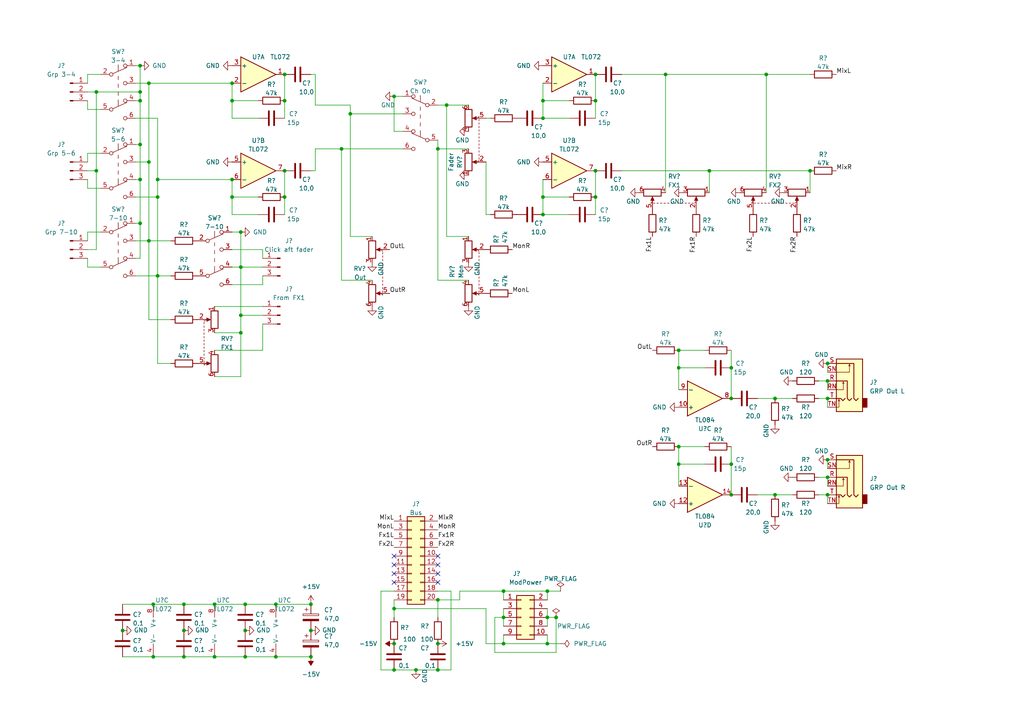
<source format=kicad_sch>
(kicad_sch (version 20211123) (generator eeschema)
  (paper "A4")
  (lib_symbols
    (symbol "Amplifier_Operational:TL072" (pin_names (offset 0.127))
      (property "Reference" "U" (at 0 5.08 0))
      (property "Value" "TL072" (at 0 -5.08 0))
      (symbol "TL072_1_1"
        (pin output line (at 7.62 0 180) (length 2.54) (name "~") (number "1"))
        (pin input line (at -7.62 -2.54 0) (length 2.54) (name "-") (number "2"))
        (pin input line (at -7.62 2.54 0) (length 2.54) (name "+") (number "3"))
      )
      (symbol "TL072_2_1"
        (pin input line (at -7.62 2.54 0) (length 2.54) (name "+") (number "5"))
        (pin input line (at -7.62 -2.54 0) (length 2.54) (name "-") (number "6"))
        (pin output line (at 7.62 0 180) (length 2.54) (name "~") (number "7"))
      )
      (symbol "TL072_3_1"
        (pin power_in line (at -2.54 -7.62 90) (length 3.81) (name "V-") (number "4"))
        (pin power_in line (at -2.54 7.62 270) (length 3.81) (name "V+") (number "8"))
      )
    )
    (symbol "Amplifier_Operational:TL084" (pin_names (offset 0.127))
      (property "Reference" "U" (at 0 5.08 0))
      (property "Value" "TL084" (at 0 -5.08 0))
      (symbol "TL084_1_1"
        (pin output line (at 7.62 0 180) (length 2.54) (name "~") (number "1"))
        (pin input line (at -7.62 -2.54 0) (length 2.54) (name "-") (number "2"))
        (pin input line (at -7.62 2.54 0) (length 2.54) (name "+") (number "3"))
      )
      (symbol "TL084_2_1"
        (pin input line (at -7.62 2.54 0) (length 2.54) (name "+") (number "5"))
        (pin input line (at -7.62 -2.54 0) (length 2.54) (name "-") (number "6"))
        (pin output line (at 7.62 0 180) (length 2.54) (name "~") (number "7"))
      )
      (symbol "TL084_3_1"
        (pin input line (at -7.62 2.54 0) (length 2.54) (name "+") (number "10"))
        (pin output line (at 7.62 0 180) (length 2.54) (name "~") (number "8"))
        (pin input line (at -7.62 -2.54 0) (length 2.54) (name "-") (number "9"))
      )
      (symbol "TL084_4_1"
        (pin input line (at -7.62 2.54 0) (length 2.54) (name "+") (number "12"))
        (pin input line (at -7.62 -2.54 0) (length 2.54) (name "-") (number "13"))
        (pin output line (at 7.62 0 180) (length 2.54) (name "~") (number "14"))
      )
      (symbol "TL084_5_1"
        (pin power_in line (at -2.54 -7.62 90) (length 3.81) (name "V-") (number "11"))
        (pin power_in line (at -2.54 7.62 270) (length 3.81) (name "V+") (number "4"))
      )
    )
    (symbol "Connector:AudioJack3_Switch"
      (property "Reference" "J" (at 0 11.43 0))
      (property "Value" "AudioJack3_Switch" (at 0 8.89 0))
      (symbol "AudioJack3_Switch_1_1"
        (pin passive line (at 5.08 0 180) (length 2.54) (name "~") (number "R"))
        (pin passive line (at 5.08 -2.54 180) (length 2.54) (name "~") (number "RN"))
        (pin passive line (at 5.08 5.08 180) (length 2.54) (name "~") (number "S"))
        (pin passive line (at 5.08 2.54 180) (length 2.54) (name "~") (number "SN"))
        (pin passive line (at 5.08 -5.08 180) (length 2.54) (name "~") (number "T"))
        (pin passive line (at 5.08 -7.62 180) (length 2.54) (name "~") (number "TN"))
      )
    )
    (symbol "Connector:Conn_01x03_Male" (pin_names (offset 1.016) hide)
      (property "Reference" "J" (at 0 5.08 0))
      (property "Value" "Conn_01x03_Male" (at 0 -5.08 0))
      (symbol "Conn_01x03_Male_1_1"
        (pin passive line (at 5.08 2.54 180) (length 3.81) (name "Pin_1") (number "1"))
        (pin passive line (at 5.08 0 180) (length 3.81) (name "Pin_2") (number "2"))
        (pin passive line (at 5.08 -2.54 180) (length 3.81) (name "Pin_3") (number "3"))
      )
    )
    (symbol "Connector_Generic:Conn_02x05_Odd_Even" (pin_names (offset 1.016) hide)
      (property "Reference" "J" (at 1.27 7.62 0))
      (property "Value" "Conn_02x05_Odd_Even" (at 1.27 -7.62 0))
      (symbol "Conn_02x05_Odd_Even_1_1"
        (pin passive line (at -5.08 5.08 0) (length 3.81) (name "Pin_1") (number "1"))
        (pin passive line (at 7.62 -5.08 180) (length 3.81) (name "Pin_10") (number "10"))
        (pin passive line (at 7.62 5.08 180) (length 3.81) (name "Pin_2") (number "2"))
        (pin passive line (at -5.08 2.54 0) (length 3.81) (name "Pin_3") (number "3"))
        (pin passive line (at 7.62 2.54 180) (length 3.81) (name "Pin_4") (number "4"))
        (pin passive line (at -5.08 0 0) (length 3.81) (name "Pin_5") (number "5"))
        (pin passive line (at 7.62 0 180) (length 3.81) (name "Pin_6") (number "6"))
        (pin passive line (at -5.08 -2.54 0) (length 3.81) (name "Pin_7") (number "7"))
        (pin passive line (at 7.62 -2.54 180) (length 3.81) (name "Pin_8") (number "8"))
        (pin passive line (at -5.08 -5.08 0) (length 3.81) (name "Pin_9") (number "9"))
      )
    )
    (symbol "Connector_Generic:Conn_02x10_Odd_Even" (pin_names (offset 1.016) hide)
      (property "Reference" "J" (at 1.27 12.7 0))
      (property "Value" "Conn_02x10_Odd_Even" (at 1.27 -15.24 0))
      (symbol "Conn_02x10_Odd_Even_1_1"
        (pin passive line (at -5.08 10.16 0) (length 3.81) (name "Pin_1") (number "1"))
        (pin passive line (at 7.62 0 180) (length 3.81) (name "Pin_10") (number "10"))
        (pin passive line (at -5.08 -2.54 0) (length 3.81) (name "Pin_11") (number "11"))
        (pin passive line (at 7.62 -2.54 180) (length 3.81) (name "Pin_12") (number "12"))
        (pin passive line (at -5.08 -5.08 0) (length 3.81) (name "Pin_13") (number "13"))
        (pin passive line (at 7.62 -5.08 180) (length 3.81) (name "Pin_14") (number "14"))
        (pin passive line (at -5.08 -7.62 0) (length 3.81) (name "Pin_15") (number "15"))
        (pin passive line (at 7.62 -7.62 180) (length 3.81) (name "Pin_16") (number "16"))
        (pin passive line (at -5.08 -10.16 0) (length 3.81) (name "Pin_17") (number "17"))
        (pin passive line (at 7.62 -10.16 180) (length 3.81) (name "Pin_18") (number "18"))
        (pin passive line (at -5.08 -12.7 0) (length 3.81) (name "Pin_19") (number "19"))
        (pin passive line (at 7.62 10.16 180) (length 3.81) (name "Pin_2") (number "2"))
        (pin passive line (at 7.62 -12.7 180) (length 3.81) (name "Pin_20") (number "20"))
        (pin passive line (at -5.08 7.62 0) (length 3.81) (name "Pin_3") (number "3"))
        (pin passive line (at 7.62 7.62 180) (length 3.81) (name "Pin_4") (number "4"))
        (pin passive line (at -5.08 5.08 0) (length 3.81) (name "Pin_5") (number "5"))
        (pin passive line (at 7.62 5.08 180) (length 3.81) (name "Pin_6") (number "6"))
        (pin passive line (at -5.08 2.54 0) (length 3.81) (name "Pin_7") (number "7"))
        (pin passive line (at 7.62 2.54 180) (length 3.81) (name "Pin_8") (number "8"))
        (pin passive line (at -5.08 0 0) (length 3.81) (name "Pin_9") (number "9"))
      )
    )
    (symbol "Device:C" (pin_numbers hide) (pin_names (offset 0.254))
      (property "Reference" "C" (at 0.635 2.54 0))
      (property "Value" "C" (at 0.635 -2.54 0))
      (symbol "C_1_1"
        (pin passive line (at 0 3.81 270) (length 2.794) (name "~") (number "1"))
        (pin passive line (at 0 -3.81 90) (length 2.794) (name "~") (number "2"))
      )
    )
    (symbol "Device:C_Polarized" (pin_numbers hide) (pin_names (offset 0.254))
      (property "Reference" "C" (at 0.635 2.54 0))
      (property "Value" "C_Polarized" (at 0.635 -2.54 0))
      (symbol "C_Polarized_1_1"
        (pin passive line (at 0 3.81 270) (length 2.794) (name "~") (number "1"))
        (pin passive line (at 0 -3.81 90) (length 2.794) (name "~") (number "2"))
      )
    )
    (symbol "Device:R" (pin_numbers hide) (pin_names (offset 0))
      (property "Reference" "R" (at 2.032 0 90))
      (property "Value" "R" (at 0 0 90))
      (symbol "R_1_1"
        (pin passive line (at 0 3.81 270) (length 1.27) (name "~") (number "1"))
        (pin passive line (at 0 -3.81 90) (length 1.27) (name "~") (number "2"))
      )
    )
    (symbol "Device:R_Potentiometer_Dual" (pin_names (offset 1.016) hide)
      (property "Reference" "RV" (at 0 3.81 0))
      (property "Value" "R_Potentiometer_Dual" (at 0 1.905 0))
      (symbol "R_Potentiometer_Dual_1_1"
        (pin passive line (at -10.16 -2.54 0) (length 1.27) (name "1") (number "1"))
        (pin passive line (at -6.35 2.54 270) (length 2.54) (name "2") (number "2"))
        (pin passive line (at -2.54 -2.54 180) (length 1.27) (name "3") (number "3"))
        (pin passive line (at 2.54 -2.54 0) (length 1.27) (name "4") (number "4"))
        (pin passive line (at 6.35 2.54 270) (length 2.54) (name "5") (number "5"))
        (pin passive line (at 10.16 -2.54 180) (length 1.27) (name "6") (number "6"))
      )
    )
    (symbol "Switch:SW_Push_DPDT" (pin_names (offset 0) hide)
      (property "Reference" "SW" (at 0 8.89 0))
      (property "Value" "SW_Push_DPDT" (at 0 -10.16 0))
      (symbol "SW_Push_DPDT_1_1"
        (pin passive line (at 5.08 7.62 180) (length 2.54) (name "A") (number "1"))
        (pin passive line (at -5.08 5.08 0) (length 2.54) (name "B") (number "2"))
        (pin passive line (at 5.08 2.54 180) (length 2.54) (name "C") (number "3"))
        (pin passive line (at 5.08 -2.54 180) (length 2.54) (name "A") (number "4"))
        (pin passive line (at -5.08 -5.08 0) (length 2.54) (name "B") (number "5"))
        (pin passive line (at 5.08 -7.62 180) (length 2.54) (name "C") (number "6"))
      )
    )
    (symbol "power:+15V" (power) (pin_names (offset 0))
      (property "Value" "+15V" (at 0 3.556 0))
      (symbol "+15V_1_1"
        (pin power_in line (at 0 0 90) (length 0) hide (name "+15V") (number "1"))
      )
    )
    (symbol "power:-15V" (power) (pin_names (offset 0))
      (property "Value" "-15V" (at 0 3.81 0))
      (symbol "-15V_0_0"
        (pin power_in line (at 0 0 90) (length 0) hide (name "-15V") (number "1"))
      )
    )
    (symbol "power:GND" (power) (pin_names (offset 0))
      (property "Value" "GND" (at 0 -3.81 0))
      (symbol "GND_1_1"
        (pin power_in line (at 0 0 270) (length 0) hide (name "GND") (number "1"))
      )
    )
    (symbol "power:PWR_FLAG" (power) (pin_numbers hide) (pin_names (offset 0) hide)
      (property "Value" "PWR_FLAG" (at 0 3.81 0))
      (symbol "PWR_FLAG_0_0"
        (pin power_out line (at 0 0 90) (length 0) (name "pwr") (number "1"))
      )
    )
  )
  (junction (at 157.48 34.29))
  (junction (at 40.64 19.05))
  (junction (at 27.94 26.67))
  (junction (at 172.72 29.21))
  (junction (at 222.25 21.59))
  (junction (at 40.64 26.67))
  (junction (at 240.03 143.51))
  (junction (at 90.17 182.88))
  (junction (at 114.3 194.31))
  (junction (at 114.3 186.69))
  (junction (at 67.31 57.15))
  (junction (at 53.34 190.5))
  (junction (at 114.3 176.53))
  (junction (at 234.95 49.53))
  (junction (at 67.31 24.13))
  (junction (at 71.12 175.26))
  (junction (at 35.56 182.88))
  (junction (at 90.17 175.26))
  (junction (at 62.23 175.26))
  (junction (at 157.48 62.23))
  (junction (at 196.85 106.68))
  (junction (at 158.75 179.07))
  (junction (at 99.06 43.18))
  (junction (at 240.03 110.49))
  (junction (at 212.09 143.51))
  (junction (at 53.34 182.88))
  (junction (at 69.85 91.44))
  (junction (at 196.85 129.54))
  (junction (at 224.79 143.51))
  (junction (at 101.6 33.02))
  (junction (at 82.55 29.21))
  (junction (at 80.01 190.5))
  (junction (at 146.05 171.45))
  (junction (at 62.23 190.5))
  (junction (at 114.3 27.94))
  (junction (at 157.48 57.15))
  (junction (at 196.85 101.6))
  (junction (at 40.64 64.77))
  (junction (at 240.03 138.43))
  (junction (at 129.54 30.48))
  (junction (at 146.05 179.07))
  (junction (at 158.75 186.69))
  (junction (at 205.74 49.53))
  (junction (at 172.72 21.59))
  (junction (at 212.09 106.68))
  (junction (at 67.31 29.21))
  (junction (at 82.55 49.53))
  (junction (at 69.85 77.47))
  (junction (at 240.03 133.35))
  (junction (at 44.45 175.26))
  (junction (at 71.12 182.88))
  (junction (at 43.18 24.13))
  (junction (at 172.72 57.15))
  (junction (at 120.65 194.31))
  (junction (at 127 43.18))
  (junction (at 40.64 29.21))
  (junction (at 240.03 105.41))
  (junction (at 158.75 171.45))
  (junction (at 45.72 57.15))
  (junction (at 71.12 190.5))
  (junction (at 82.55 57.15))
  (junction (at 196.85 134.62))
  (junction (at 127 173.99))
  (junction (at 146.05 186.69))
  (junction (at 44.45 190.5))
  (junction (at 212.09 134.62))
  (junction (at 40.64 41.91))
  (junction (at 45.72 52.07))
  (junction (at 27.94 49.53))
  (junction (at 127 186.69))
  (junction (at 40.64 52.07))
  (junction (at 69.85 96.52))
  (junction (at 240.03 115.57))
  (junction (at 193.04 21.59))
  (junction (at 67.31 52.07))
  (junction (at 161.29 179.07))
  (junction (at 212.09 115.57))
  (junction (at 224.79 115.57))
  (junction (at 127 194.31))
  (junction (at 43.18 46.99))
  (junction (at 43.18 69.85))
  (junction (at 53.34 175.26))
  (junction (at 80.01 175.26))
  (junction (at 90.17 190.5))
  (junction (at 69.85 67.31))
  (junction (at 172.72 49.53))
  (junction (at 45.72 80.01))
  (junction (at 82.55 21.59))
  (junction (at 157.48 29.21))
  (no_connect (at 127 166.37))
  (no_connect (at 114.3 161.29))
  (no_connect (at 127 163.83))
  (no_connect (at 127 161.29))
  (no_connect (at 114.3 163.83))
  (no_connect (at 114.3 166.37))
  (no_connect (at 114.3 168.91))
  (no_connect (at 127 168.91))
  (wire (pts (xy 224.79 143.51) (xy 229.87 143.51)))
  (wire (pts (xy 240.03 105.41) (xy 240.03 107.95)))
  (wire (pts (xy 91.44 43.18) (xy 91.44 49.53)))
  (wire (pts (xy 205.74 49.53) (xy 205.74 55.88)))
  (wire (pts (xy 40.64 29.21) (xy 40.64 41.91)))
  (wire (pts (xy 240.03 110.49) (xy 240.03 113.03)))
  (wire (pts (xy 40.64 19.05) (xy 40.64 26.67)))
  (wire (pts (xy 222.25 21.59) (xy 234.95 21.59)))
  (wire (pts (xy 53.34 190.5) (xy 62.23 190.5)))
  (wire (pts (xy 120.65 194.31) (xy 127 194.31)))
  (wire (pts (xy 234.95 55.88) (xy 234.95 49.53)))
  (wire (pts (xy 240.03 138.43) (xy 240.03 140.97)))
  (wire (pts (xy 49.53 105.41) (xy 45.72 105.41)))
  (wire (pts (xy 45.72 80.01) (xy 45.72 57.15)))
  (wire (pts (xy 240.03 143.51) (xy 240.03 146.05)))
  (wire (pts (xy 196.85 134.62) (xy 196.85 140.97)))
  (wire (pts (xy 158.75 171.45) (xy 162.56 171.45)))
  (wire (pts (xy 114.3 176.53) (xy 114.3 179.07)))
  (wire (pts (xy 62.23 88.9) (xy 76.2 88.9)))
  (wire (pts (xy 25.4 29.21) (xy 25.4 31.75)))
  (wire (pts (xy 158.75 179.07) (xy 161.29 179.07)))
  (wire (pts (xy 161.29 189.23) (xy 143.51 189.23)))
  (wire (pts (xy 146.05 176.53) (xy 146.05 179.07)))
  (wire (pts (xy 76.2 93.98) (xy 76.2 101.6)))
  (wire (pts (xy 146.05 179.07) (xy 146.05 181.61)))
  (wire (pts (xy 127 40.64) (xy 127 43.18)))
  (wire (pts (xy 62.23 96.52) (xy 69.85 96.52)))
  (wire (pts (xy 222.25 21.59) (xy 193.04 21.59)))
  (wire (pts (xy 27.94 49.53) (xy 25.4 49.53)))
  (wire (pts (xy 67.31 72.39) (xy 76.2 72.39)))
  (wire (pts (xy 62.23 175.26) (xy 71.12 175.26)))
  (wire (pts (xy 204.47 106.68) (xy 196.85 106.68)))
  (wire (pts (xy 107.95 81.28) (xy 99.06 81.28)))
  (wire (pts (xy 161.29 179.07) (xy 161.29 189.23)))
  (wire (pts (xy 69.85 77.47) (xy 76.2 77.47)))
  (wire (pts (xy 27.94 26.67) (xy 27.94 49.53)))
  (wire (pts (xy 127 81.28) (xy 127 43.18)))
  (wire (pts (xy 172.72 21.59) (xy 172.72 29.21)))
  (wire (pts (xy 91.44 21.59) (xy 91.44 30.48)))
  (wire (pts (xy 172.72 49.53) (xy 172.72 57.15)))
  (wire (pts (xy 180.34 21.59) (xy 193.04 21.59)))
  (wire (pts (xy 43.18 69.85) (xy 49.53 69.85)))
  (wire (pts (xy 146.05 186.69) (xy 140.97 186.69)))
  (wire (pts (xy 25.4 72.39) (xy 27.94 72.39)))
  (wire (pts (xy 158.75 171.45) (xy 158.75 173.99)))
  (wire (pts (xy 43.18 24.13) (xy 67.31 24.13)))
  (wire (pts (xy 158.75 184.15) (xy 158.75 186.69)))
  (wire (pts (xy 234.95 49.53) (xy 205.74 49.53)))
  (wire (pts (xy 40.64 52.07) (xy 39.37 52.07)))
  (wire (pts (xy 212.09 129.54) (xy 212.09 134.62)))
  (wire (pts (xy 165.1 57.15) (xy 157.48 57.15)))
  (wire (pts (xy 158.75 176.53) (xy 158.75 179.07)))
  (wire (pts (xy 40.64 74.93) (xy 39.37 74.93)))
  (wire (pts (xy 127 43.18) (xy 135.89 43.18)))
  (wire (pts (xy 130.81 171.45) (xy 130.81 194.31)))
  (wire (pts (xy 39.37 64.77) (xy 40.64 64.77)))
  (wire (pts (xy 35.56 175.26) (xy 44.45 175.26)))
  (wire (pts (xy 222.25 55.88) (xy 222.25 21.59)))
  (wire (pts (xy 74.93 57.15) (xy 67.31 57.15)))
  (wire (pts (xy 193.04 55.88) (xy 193.04 21.59)))
  (wire (pts (xy 39.37 69.85) (xy 43.18 69.85)))
  (wire (pts (xy 240.03 115.57) (xy 240.03 118.11)))
  (wire (pts (xy 40.64 64.77) (xy 40.64 74.93)))
  (wire (pts (xy 130.81 194.31) (xy 127 194.31)))
  (wire (pts (xy 35.56 190.5) (xy 44.45 190.5)))
  (wire (pts (xy 25.4 69.85) (xy 25.4 67.31)))
  (wire (pts (xy 204.47 129.54) (xy 196.85 129.54)))
  (wire (pts (xy 44.45 190.5) (xy 53.34 190.5)))
  (wire (pts (xy 129.54 68.58) (xy 129.54 30.48)))
  (wire (pts (xy 180.34 49.53) (xy 205.74 49.53)))
  (wire (pts (xy 146.05 173.99) (xy 146.05 171.45)))
  (wire (pts (xy 39.37 24.13) (xy 43.18 24.13)))
  (wire (pts (xy 82.55 29.21) (xy 82.55 34.29)))
  (wire (pts (xy 196.85 101.6) (xy 196.85 106.68)))
  (wire (pts (xy 74.93 29.21) (xy 67.31 29.21)))
  (wire (pts (xy 91.44 43.18) (xy 99.06 43.18)))
  (wire (pts (xy 219.71 143.51) (xy 224.79 143.51)))
  (wire (pts (xy 25.4 24.13) (xy 25.4 21.59)))
  (wire (pts (xy 45.72 57.15) (xy 45.72 52.07)))
  (wire (pts (xy 224.79 115.57) (xy 229.87 115.57)))
  (wire (pts (xy 44.45 175.26) (xy 53.34 175.26)))
  (wire (pts (xy 39.37 19.05) (xy 40.64 19.05)))
  (wire (pts (xy 49.53 92.71) (xy 43.18 92.71)))
  (wire (pts (xy 45.72 52.07) (xy 67.31 52.07)))
  (wire (pts (xy 40.64 52.07) (xy 40.64 64.77)))
  (wire (pts (xy 40.64 26.67) (xy 40.64 29.21)))
  (wire (pts (xy 127 173.99) (xy 127 179.07)))
  (wire (pts (xy 99.06 43.18) (xy 99.06 81.28)))
  (wire (pts (xy 157.48 57.15) (xy 157.48 52.07)))
  (wire (pts (xy 101.6 33.02) (xy 116.84 33.02)))
  (wire (pts (xy 212.09 134.62) (xy 212.09 143.51)))
  (wire (pts (xy 62.23 109.22) (xy 69.85 109.22)))
  (wire (pts (xy 116.84 38.1) (xy 114.3 38.1)))
  (wire (pts (xy 27.94 26.67) (xy 40.64 26.67)))
  (wire (pts (xy 240.03 133.35) (xy 240.03 135.89)))
  (wire (pts (xy 114.3 173.99) (xy 114.3 176.53)))
  (wire (pts (xy 45.72 105.41) (xy 45.72 80.01)))
  (wire (pts (xy 114.3 171.45) (xy 110.49 171.45)))
  (wire (pts (xy 69.85 91.44) (xy 76.2 91.44)))
  (wire (pts (xy 212.09 106.68) (xy 212.09 115.57)))
  (wire (pts (xy 101.6 68.58) (xy 101.6 33.02)))
  (wire (pts (xy 25.4 52.07) (xy 25.4 54.61)))
  (wire (pts (xy 25.4 44.45) (xy 29.21 44.45)))
  (wire (pts (xy 143.51 189.23) (xy 143.51 179.07)))
  (wire (pts (xy 101.6 33.02) (xy 101.6 30.48)))
  (wire (pts (xy 127 171.45) (xy 130.81 171.45)))
  (wire (pts (xy 43.18 92.71) (xy 43.18 69.85)))
  (wire (pts (xy 237.49 138.43) (xy 240.03 138.43)))
  (wire (pts (xy 76.2 82.55) (xy 76.2 80.01)))
  (wire (pts (xy 76.2 101.6) (xy 62.23 101.6)))
  (wire (pts (xy 133.35 171.45) (xy 133.35 173.99)))
  (wire (pts (xy 80.01 175.26) (xy 90.17 175.26)))
  (wire (pts (xy 90.17 21.59) (xy 91.44 21.59)))
  (wire (pts (xy 69.85 109.22) (xy 69.85 96.52)))
  (wire (pts (xy 196.85 129.54) (xy 196.85 134.62)))
  (wire (pts (xy 140.97 46.99) (xy 140.97 62.23)))
  (wire (pts (xy 110.49 171.45) (xy 110.49 194.31)))
  (wire (pts (xy 25.4 31.75) (xy 29.21 31.75)))
  (wire (pts (xy 67.31 34.29) (xy 67.31 29.21)))
  (wire (pts (xy 165.1 34.29) (xy 157.48 34.29)))
  (wire (pts (xy 67.31 82.55) (xy 76.2 82.55)))
  (wire (pts (xy 25.4 26.67) (xy 27.94 26.67)))
  (wire (pts (xy 25.4 67.31) (xy 29.21 67.31)))
  (wire (pts (xy 140.97 186.69) (xy 140.97 176.53)))
  (wire (pts (xy 69.85 91.44) (xy 69.85 77.47)))
  (wire (pts (xy 127 30.48) (xy 129.54 30.48)))
  (wire (pts (xy 67.31 77.47) (xy 69.85 77.47)))
  (wire (pts (xy 146.05 186.69) (xy 146.05 184.15)))
  (wire (pts (xy 99.06 43.18) (xy 116.84 43.18)))
  (wire (pts (xy 39.37 80.01) (xy 45.72 80.01)))
  (wire (pts (xy 74.93 34.29) (xy 67.31 34.29)))
  (wire (pts (xy 133.35 173.99) (xy 127 173.99)))
  (wire (pts (xy 157.48 34.29) (xy 157.48 29.21)))
  (wire (pts (xy 67.31 62.23) (xy 67.31 57.15)))
  (wire (pts (xy 69.85 77.47) (xy 69.85 67.31)))
  (wire (pts (xy 196.85 106.68) (xy 196.85 113.03)))
  (wire (pts (xy 114.3 27.94) (xy 116.84 27.94)))
  (wire (pts (xy 62.23 190.5) (xy 71.12 190.5)))
  (wire (pts (xy 129.54 30.48) (xy 135.89 30.48)))
  (wire (pts (xy 67.31 57.15) (xy 67.31 52.07)))
  (wire (pts (xy 143.51 179.07) (xy 146.05 179.07)))
  (wire (pts (xy 71.12 175.26) (xy 80.01 175.26)))
  (wire (pts (xy 39.37 57.15) (xy 45.72 57.15)))
  (wire (pts (xy 69.85 67.31) (xy 67.31 67.31)))
  (wire (pts (xy 39.37 41.91) (xy 40.64 41.91)))
  (wire (pts (xy 158.75 186.69) (xy 146.05 186.69)))
  (wire (pts (xy 172.72 29.21) (xy 172.72 34.29)))
  (wire (pts (xy 53.34 175.26) (xy 62.23 175.26)))
  (wire (pts (xy 82.55 57.15) (xy 82.55 62.23)))
  (wire (pts (xy 107.95 68.58) (xy 101.6 68.58)))
  (wire (pts (xy 67.31 29.21) (xy 67.31 24.13)))
  (wire (pts (xy 25.4 77.47) (xy 29.21 77.47)))
  (wire (pts (xy 212.09 101.6) (xy 212.09 106.68)))
  (wire (pts (xy 110.49 194.31) (xy 114.3 194.31)))
  (wire (pts (xy 39.37 46.99) (xy 43.18 46.99)))
  (wire (pts (xy 25.4 21.59) (xy 29.21 21.59)))
  (wire (pts (xy 45.72 52.07) (xy 45.72 34.29)))
  (wire (pts (xy 82.55 49.53) (xy 82.55 57.15)))
  (wire (pts (xy 165.1 62.23) (xy 157.48 62.23)))
  (wire (pts (xy 140.97 62.23) (xy 142.24 62.23)))
  (wire (pts (xy 133.35 171.45) (xy 146.05 171.45)))
  (wire (pts (xy 237.49 143.51) (xy 240.03 143.51)))
  (wire (pts (xy 146.05 171.45) (xy 158.75 171.45)))
  (wire (pts (xy 237.49 115.57) (xy 240.03 115.57)))
  (wire (pts (xy 91.44 30.48) (xy 101.6 30.48)))
  (wire (pts (xy 140.97 34.29) (xy 142.24 34.29)))
  (wire (pts (xy 43.18 69.85) (xy 43.18 46.99)))
  (wire (pts (xy 157.48 29.21) (xy 157.48 24.13)))
  (wire (pts (xy 25.4 54.61) (xy 29.21 54.61)))
  (wire (pts (xy 157.48 62.23) (xy 157.48 57.15)))
  (wire (pts (xy 140.97 176.53) (xy 114.3 176.53)))
  (wire (pts (xy 237.49 110.49) (xy 240.03 110.49)))
  (wire (pts (xy 80.01 190.5) (xy 90.17 190.5)))
  (wire (pts (xy 40.64 41.91) (xy 40.64 52.07)))
  (wire (pts (xy 43.18 46.99) (xy 43.18 24.13)))
  (wire (pts (xy 135.89 81.28) (xy 127 81.28)))
  (wire (pts (xy 196.85 134.62) (xy 204.47 134.62)))
  (wire (pts (xy 40.64 29.21) (xy 39.37 29.21)))
  (wire (pts (xy 76.2 72.39) (xy 76.2 74.93)))
  (wire (pts (xy 158.75 186.69) (xy 162.56 186.69)))
  (wire (pts (xy 204.47 101.6) (xy 196.85 101.6)))
  (wire (pts (xy 114.3 194.31) (xy 120.65 194.31)))
  (wire (pts (xy 165.1 29.21) (xy 157.48 29.21)))
  (wire (pts (xy 69.85 96.52) (xy 69.85 91.44)))
  (wire (pts (xy 135.89 68.58) (xy 129.54 68.58)))
  (wire (pts (xy 91.44 49.53) (xy 90.17 49.53)))
  (wire (pts (xy 172.72 57.15) (xy 172.72 62.23)))
  (wire (pts (xy 114.3 38.1) (xy 114.3 27.94)))
  (wire (pts (xy 71.12 190.5) (xy 80.01 190.5)))
  (wire (pts (xy 27.94 72.39) (xy 27.94 49.53)))
  (wire (pts (xy 25.4 74.93) (xy 25.4 77.47)))
  (wire (pts (xy 74.93 62.23) (xy 67.31 62.23)))
  (wire (pts (xy 45.72 34.29) (xy 39.37 34.29)))
  (wire (pts (xy 45.72 80.01) (xy 49.53 80.01)))
  (wire (pts (xy 158.75 179.07) (xy 158.75 181.61)))
  (wire (pts (xy 219.71 115.57) (xy 224.79 115.57)))
  (wire (pts (xy 82.55 21.59) (xy 82.55 29.21)))
  (wire (pts (xy 25.4 46.99) (xy 25.4 44.45)))
  (label "OutR" (at 189.23 129.54 180))
  (label "MonR" (at 127 153.67 0))
  (label "MonL" (at 148.59 85.09 0))
  (label "MonR" (at 148.59 72.39 0))
  (label "Fx2R" (at 127 158.75 0))
  (label "OutR" (at 113.03 85.09 0))
  (label "Fx1L" (at 114.3 156.21 180))
  (label "OutL" (at 189.23 101.6 180))
  (label "OutL" (at 113.03 72.39 0))
  (label "MonL" (at 114.3 153.67 180))
  (label "MixR" (at 127 151.13 0))
  (label "Fx1L" (at 189.23 68.58 270))
  (label "Fx2L" (at 218.44 68.58 270))
  (label "Fx1R" (at 201.93 68.58 270))
  (label "MixR" (at 242.57 49.53 0))
  (label "MixL" (at 114.3 151.13 180))
  (label "Fx2L" (at 114.3 158.75 180))
  (label "MixL" (at 242.57 21.59 0))
  (label "Fx2R" (at 231.14 68.58 270))
  (label "Fx1R" (at 127 156.21 0))
  (symbol (lib_id "Device:R") (at 208.28 129.54 90) (unit 1)
    (property "Reference" "R?" (at 208.28 124.8242 90))
    (property "Value" "47k" (at 208.28 127.3611 90))
    (property "Footprint" "Resistor_SMD:R_1206_3216Metric_Pad1.30x1.75mm_HandSolder" (effects hide))
  )
  (symbol (lib_id "Device:R") (at 53.34 80.01 90) (unit 1)
    (property "Reference" "R?" (at 53.34 75.2942 90))
    (property "Value" "47k" (at 53.34 77.8311 90))
    (property "Footprint" "Resistor_SMD:R_1206_3216Metric_Pad1.30x1.75mm_HandSolder" (effects hide))
  )
  (symbol (lib_id "Device:C") (at 127 190.5 180) (unit 1)
    (property "Reference" "C?" (at 121.92 187.96 0) (effects (justify right)))
    (property "Value" "0,1" (at 123.19 193.04 0) (effects (justify right)))
    (property "Footprint" "Capacitor_SMD:C_1206_3216Metric_Pad1.33x1.80mm_HandSolder" (effects hide))
  )
  (symbol (lib_id "power:GND") (at 135.89 76.2 0) (unit 1)
    (property "Reference" "#PWR?" (effects hide))
    (property "Value" "GND" (at 138.43 80.01 90) (effects (justify left)))
  )
  (symbol (lib_id "power:GND") (at 53.34 182.88 90) (unit 1)
    (property "Reference" "#PWR?" (effects hide))
    (property "Value" "GND" (at 56.5912 182.753 90) (effects (justify right)))
  )
  (symbol (lib_id "Amplifier_Operational:TL072") (at 165.1 49.53 0) (unit 2)
    (property "Reference" "U?" (at 165.1 40.7502 0))
    (property "Value" "TL072" (at 165.1 43.2871 0))
    (property "Footprint" "Package_DIP:DIP-8_W7.62mm_LongPads" (effects hide))
    (property "Datasheet" "http://www.ti.com/lit/ds/symlink/tl071.pdf" (effects hide))
  )
  (symbol (lib_id "Switch:SW_Push_DPDT") (at 34.29 72.39 0) (unit 1)
    (property "Reference" "SW?" (at 34.29 60.6892 0))
    (property "Value" "7-10" (at 34.29 63.2261 0))
  )
  (symbol (lib_id "power:+15V") (at 127 186.69 270) (unit 1)
    (property "Reference" "#PWR?" (effects hide))
    (property "Value" "+15V" (at 132.08 186.69 90) (effects (justify left)))
  )
  (symbol (lib_id "Device:R") (at 189.23 64.77 180) (unit 1)
    (property "Reference" "R?" (at 191.008 63.9353 0) (effects (justify right)))
    (property "Value" "47k" (at 191.008 66.4722 0) (effects (justify right)))
    (property "Footprint" "Resistor_SMD:R_1206_3216Metric_Pad1.30x1.75mm_HandSolder" (effects hide))
  )
  (symbol (lib_id "Device:R") (at 53.34 69.85 90) (unit 1)
    (property "Reference" "R?" (at 53.34 65.1342 90))
    (property "Value" "47k" (at 53.34 67.6711 90))
    (property "Footprint" "Resistor_SMD:R_1206_3216Metric_Pad1.30x1.75mm_HandSolder" (effects hide))
  )
  (symbol (lib_id "Device:C") (at 168.91 62.23 90) (unit 1)
    (property "Reference" "C?" (at 175.26 60.96 90))
    (property "Value" "15p" (at 175.26 63.5 90))
    (property "Footprint" "Capacitor_THT:C_Disc_D5.0mm_W2.5mm_P2.50mm" (effects hide))
  )
  (symbol (lib_id "power:GND") (at 157.48 46.99 270) (unit 1)
    (property "Reference" "#PWR?" (effects hide))
    (property "Value" "GND" (at 149.86 46.99 90) (effects (justify left)))
  )
  (symbol (lib_id "power:GND") (at 69.85 67.31 90) (unit 1)
    (property "Reference" "#PWR?" (effects hide))
    (property "Value" "GND" (at 77.47 67.31 90) (effects (justify left)))
  )
  (symbol (lib_id "Device:C") (at 153.67 62.23 90) (unit 1)
    (property "Reference" "C?" (at 156.21 64.77 90))
    (property "Value" "10,0" (at 156.21 67.31 90))
    (property "Footprint" "Capacitor_SMD:C_0805_2012Metric_Pad1.18x1.45mm_HandSolder" (effects hide))
  )
  (symbol (lib_id "Device:C") (at 176.53 21.59 90) (unit 1)
    (property "Reference" "C?" (at 179.07 24.13 90))
    (property "Value" "10,0" (at 179.07 26.67 90))
    (property "Footprint" "Capacitor_SMD:C_1206_3216Metric_Pad1.33x1.80mm_HandSolder" (effects hide))
  )
  (symbol (lib_id "power:GND") (at 71.12 182.88 90) (unit 1)
    (property "Reference" "#PWR?" (effects hide))
    (property "Value" "GND" (at 74.3712 182.753 90) (effects (justify right)))
  )
  (symbol (lib_id "Device:C") (at 71.12 179.07 180) (unit 1)
    (property "Reference" "C?" (at 74.041 178.2353 0) (effects (justify right)))
    (property "Value" "0,1" (at 74.041 180.7722 0) (effects (justify right)))
    (property "Footprint" "Capacitor_SMD:C_1206_3216Metric_Pad1.33x1.80mm_HandSolder" (effects hide))
  )
  (symbol (lib_id "Device:R") (at 53.34 105.41 90) (unit 1)
    (property "Reference" "R?" (at 53.34 100.6942 90))
    (property "Value" "47k" (at 53.34 103.2311 90))
    (property "Footprint" "Resistor_SMD:R_1206_3216Metric_Pad1.30x1.75mm_HandSolder" (effects hide))
  )
  (symbol (lib_id "power:GND") (at 114.3 27.94 270) (unit 1)
    (property "Reference" "#PWR?" (effects hide))
    (property "Value" "GND" (at 110.49 30.48 90) (effects (justify left)))
  )
  (symbol (lib_id "Device:R") (at 233.68 138.43 90) (unit 1)
    (property "Reference" "R?" (at 233.68 133.35 90))
    (property "Value" "120" (at 233.68 135.89 90))
    (property "Footprint" "Resistor_SMD:R_1206_3216Metric_Pad1.30x1.75mm_HandSolder" (effects hide))
  )
  (symbol (lib_id "Device:C") (at 168.91 34.29 90) (unit 1)
    (property "Reference" "C?" (at 175.26 33.02 90))
    (property "Value" "15p" (at 175.26 35.56 90))
    (property "Footprint" "Capacitor_THT:C_Disc_D5.0mm_W2.5mm_P2.50mm" (effects hide))
  )
  (symbol (lib_id "Device:R") (at 168.91 57.15 90) (unit 1)
    (property "Reference" "R?" (at 168.91 52.4342 90))
    (property "Value" "47k" (at 168.91 54.9711 90))
    (property "Footprint" "Resistor_SMD:R_1206_3216Metric_Pad1.30x1.75mm_HandSolder" (effects hide))
  )
  (symbol (lib_id "power:GND") (at 120.65 194.31 0) (unit 1)
    (property "Reference" "#PWR?" (effects hide))
    (property "Value" "GND" (at 123.19 198.12 90) (effects (justify left)))
  )
  (symbol (lib_id "Device:R_Potentiometer_Dual") (at 224.79 58.42 180) (unit 1)
    (property "Reference" "RV?" (at 224.79 51.1642 0))
    (property "Value" "FX2" (at 224.79 53.7011 0))
  )
  (symbol (lib_id "power:GND") (at 35.56 182.88 90) (unit 1)
    (property "Reference" "#PWR?" (effects hide))
    (property "Value" "GND" (at 38.8112 182.753 90) (effects (justify right)))
  )
  (symbol (lib_id "Device:C") (at 86.36 49.53 90) (unit 1)
    (property "Reference" "C?" (at 88.9 52.07 90))
    (property "Value" "10,0" (at 88.9 54.61 90))
    (property "Footprint" "Capacitor_SMD:C_1206_3216Metric_Pad1.33x1.80mm_HandSolder" (effects hide))
  )
  (symbol (lib_id "power:PWR_FLAG") (at 162.56 171.45 0) (unit 1)
    (property "Reference" "#FLG?" (effects hide))
    (property "Value" "PWR_FLAG" (at 162.56 167.8742 0))
  )
  (symbol (lib_id "Device:C") (at 153.67 34.29 90) (unit 1)
    (property "Reference" "C?" (at 156.21 36.83 90))
    (property "Value" "10,0" (at 156.21 39.37 90))
    (property "Footprint" "Capacitor_SMD:C_0805_2012Metric_Pad1.18x1.45mm_HandSolder" (effects hide))
  )
  (symbol (lib_id "Connector:AudioJack3_Switch") (at 245.11 110.49 0) (mirror y) (unit 1)
    (property "Reference" "J?" (at 252.222 110.9253 0) (effects (justify right)))
    (property "Value" "GRP Out L" (at 252.222 113.4622 0) (effects (justify right)))
    (property "Footprint" "Connector_Audio:Jack_6.35mm_Neutrik_NMJ6HCD2_Horizontal" (effects hide))
  )
  (symbol (lib_id "Connector:Conn_01x03_Male") (at 81.28 91.44 0) (mirror y) (unit 1)
    (property "Reference" "J?" (at 83.82 83.82 0))
    (property "Value" "From FX1" (at 83.82 86.36 0))
  )
  (symbol (lib_id "power:GND") (at 135.89 88.9 0) (unit 1)
    (property "Reference" "#PWR?" (effects hide))
    (property "Value" "GND" (at 138.43 92.71 90) (effects (justify left)))
  )
  (symbol (lib_id "Device:R") (at 114.3 182.88 180) (unit 1)
    (property "Reference" "R?" (at 116.078 182.0453 0) (effects (justify right)))
    (property "Value" "100" (at 116.84 185.42 0) (effects (justify right)))
    (property "Footprint" "Resistor_SMD:R_1206_3216Metric_Pad1.30x1.75mm_HandSolder" (effects hide))
  )
  (symbol (lib_id "power:GND") (at 196.85 118.11 270) (mirror x) (unit 1)
    (property "Reference" "#PWR?" (effects hide))
    (property "Value" "GND" (at 189.23 118.11 90) (effects (justify left)))
  )
  (symbol (lib_id "Device:R") (at 238.76 21.59 270) (unit 1)
    (property "Reference" "R?" (at 238.76 16.8742 90))
    (property "Value" "47k" (at 238.76 19.4111 90))
    (property "Footprint" "Resistor_SMD:R_1206_3216Metric_Pad1.30x1.75mm_HandSolder" (effects hide))
  )
  (symbol (lib_id "Device:C") (at 53.34 179.07 180) (unit 1)
    (property "Reference" "C?" (at 56.261 178.2353 0) (effects (justify right)))
    (property "Value" "0,1" (at 56.261 180.7722 0) (effects (justify right)))
    (property "Footprint" "Capacitor_SMD:C_1206_3216Metric_Pad1.33x1.80mm_HandSolder" (effects hide))
  )
  (symbol (lib_id "Device:R_Potentiometer_Dual") (at 110.49 78.74 270) (unit 1)
    (property "Reference" "RV?" (at 106.1721 77.9053 90) (effects (justify right)))
    (property "Value" "Out" (at 106.1721 80.4422 90) (effects (justify right)))
  )
  (symbol (lib_id "power:GND") (at 67.31 19.05 270) (unit 1)
    (property "Reference" "#PWR?" (effects hide))
    (property "Value" "GND" (at 59.69 19.05 90) (effects (justify left)))
  )
  (symbol (lib_id "power:GND") (at 107.95 88.9 0) (unit 1)
    (property "Reference" "#PWR?" (effects hide))
    (property "Value" "GND" (at 110.49 92.71 90) (effects (justify left)))
  )
  (symbol (lib_id "Connector_Generic:Conn_02x05_Odd_Even") (at 151.13 179.07 0) (unit 1)
    (property "Reference" "J?" (at 149.86 166.37 0))
    (property "Value" "ModPower" (at 152.4 168.91 0))
    (property "Footprint" "Connector_PinHeader_2.54mm:PinHeader_2x05_P2.54mm_Vertical" (effects hide))
  )
  (symbol (lib_id "power:GND") (at 67.31 46.99 270) (unit 1)
    (property "Reference" "#PWR?" (effects hide))
    (property "Value" "GND" (at 59.69 46.99 90) (effects (justify left)))
  )
  (symbol (lib_id "power:GND") (at 229.87 110.49 270) (mirror x) (unit 1)
    (property "Reference" "#PWR?" (effects hide))
    (property "Value" "GND" (at 226.06 107.95 90) (effects (justify left)))
  )
  (symbol (lib_id "Device:C") (at 78.74 34.29 90) (unit 1)
    (property "Reference" "C?" (at 85.09 33.02 90))
    (property "Value" "15p" (at 85.09 35.56 90))
    (property "Footprint" "Capacitor_THT:C_Disc_D5.0mm_W2.5mm_P2.50mm" (effects hide))
  )
  (symbol (lib_id "power:GND") (at 40.64 19.05 90) (unit 1)
    (property "Reference" "#PWR?" (effects hide))
    (property "Value" "GND" (at 48.26 19.05 90) (effects (justify left)))
  )
  (symbol (lib_id "Switch:SW_Push_DPDT") (at 34.29 26.67 0) (unit 1)
    (property "Reference" "SW?" (at 34.29 14.9692 0))
    (property "Value" "3-4" (at 34.29 17.5061 0))
  )
  (symbol (lib_id "Device:R") (at 53.34 92.71 90) (unit 1)
    (property "Reference" "R?" (at 53.34 87.9942 90))
    (property "Value" "47k" (at 53.34 90.5311 90))
    (property "Footprint" "Resistor_SMD:R_1206_3216Metric_Pad1.30x1.75mm_HandSolder" (effects hide))
  )
  (symbol (lib_id "Device:R") (at 144.78 72.39 270) (unit 1)
    (property "Reference" "R?" (at 143.9453 70.612 0) (effects (justify right)))
    (property "Value" "47k" (at 146.4822 70.612 0) (effects (justify right)))
    (property "Footprint" "Resistor_SMD:R_1206_3216Metric_Pad1.30x1.75mm_HandSolder" (effects hide))
  )
  (symbol (lib_id "Device:C") (at 176.53 49.53 90) (unit 1)
    (property "Reference" "C?" (at 179.07 52.07 90))
    (property "Value" "10,0" (at 179.07 54.61 90))
    (property "Footprint" "Capacitor_SMD:C_1206_3216Metric_Pad1.33x1.80mm_HandSolder" (effects hide))
  )
  (symbol (lib_id "Device:R") (at 146.05 34.29 90) (unit 1)
    (property "Reference" "R?" (at 146.05 29.5742 90))
    (property "Value" "47k" (at 146.05 32.1111 90))
    (property "Footprint" "Resistor_SMD:R_1206_3216Metric_Pad1.30x1.75mm_HandSolder" (effects hide))
  )
  (symbol (lib_id "power:-15V") (at 90.17 190.5 180) (unit 1)
    (property "Reference" "#PWR?" (effects hide))
    (property "Value" "-15V" (at 90.17 195.58 0))
  )
  (symbol (lib_id "Device:R") (at 233.68 110.49 90) (unit 1)
    (property "Reference" "R?" (at 233.68 105.41 90))
    (property "Value" "120" (at 233.68 107.95 90))
    (property "Footprint" "Resistor_SMD:R_1206_3216Metric_Pad1.30x1.75mm_HandSolder" (effects hide))
  )
  (symbol (lib_id "Switch:SW_Push_DPDT") (at 121.92 35.56 0) (mirror y) (unit 1)
    (property "Reference" "SW?" (at 121.92 23.8592 0))
    (property "Value" "Ch On" (at 121.92 26.3961 0))
  )
  (symbol (lib_id "Connector:Conn_01x03_Male") (at 20.32 49.53 0) (unit 1)
    (property "Reference" "J?" (at 17.78 41.91 0))
    (property "Value" "Grp 5-6" (at 17.78 44.45 0))
  )
  (symbol (lib_id "Amplifier_Operational:TL084") (at 204.47 115.57 0) (mirror x) (unit 3)
    (property "Reference" "U?" (at 204.47 124.3498 0))
    (property "Value" "TL084" (at 204.47 121.8129 0))
    (property "Datasheet" "http://www.ti.com/lit/ds/symlink/tl081.pdf" (effects hide))
  )
  (symbol (lib_id "Device:C") (at 215.9 115.57 90) (unit 1)
    (property "Reference" "C?" (at 218.44 118.11 90))
    (property "Value" "20,0" (at 218.44 120.65 90))
    (property "Footprint" "Capacitor_SMD:C_1206_3216Metric_Pad1.33x1.80mm_HandSolder" (effects hide))
  )
  (symbol (lib_id "Device:C") (at 78.74 62.23 90) (unit 1)
    (property "Reference" "C?" (at 85.09 60.96 90))
    (property "Value" "15p" (at 85.09 63.5 90))
    (property "Footprint" "Capacitor_THT:C_Disc_D5.0mm_W2.5mm_P2.50mm" (effects hide))
  )
  (symbol (lib_id "Connector:Conn_01x03_Male") (at 20.32 26.67 0) (unit 1)
    (property "Reference" "J?" (at 17.78 19.05 0))
    (property "Value" "Grp 3-4" (at 17.78 21.59 0))
  )
  (symbol (lib_id "power:GND") (at 224.79 123.19 0) (mirror y) (unit 1)
    (property "Reference" "#PWR?" (effects hide))
    (property "Value" "GND" (at 222.25 127 90) (effects (justify left)))
  )
  (symbol (lib_id "Device:R") (at 193.04 101.6 90) (unit 1)
    (property "Reference" "R?" (at 193.04 96.8842 90))
    (property "Value" "47k" (at 193.04 99.4211 90))
    (property "Footprint" "Resistor_SMD:R_1206_3216Metric_Pad1.30x1.75mm_HandSolder" (effects hide))
  )
  (symbol (lib_id "Switch:SW_Push_DPDT") (at 62.23 74.93 0) (unit 1)
    (property "Reference" "SW?" (at 62.23 63.2292 0))
    (property "Value" "7-10" (at 62.23 65.7661 0))
  )
  (symbol (lib_id "power:GND") (at 135.89 50.8 270) (unit 1)
    (property "Reference" "#PWR?" (effects hide))
    (property "Value" "GND" (at 132.08 53.34 90) (effects (justify left)))
  )
  (symbol (lib_id "Device:C") (at 215.9 143.51 90) (unit 1)
    (property "Reference" "C?" (at 218.44 146.05 90))
    (property "Value" "20,0" (at 218.44 148.59 90))
    (property "Footprint" "Capacitor_SMD:C_1206_3216Metric_Pad1.33x1.80mm_HandSolder" (effects hide))
  )
  (symbol (lib_id "Device:R") (at 224.79 119.38 180) (unit 1)
    (property "Reference" "R?" (at 226.568 118.5453 0) (effects (justify right)))
    (property "Value" "47k" (at 226.568 121.0822 0) (effects (justify right)))
    (property "Footprint" "Resistor_SMD:R_1206_3216Metric_Pad1.30x1.75mm_HandSolder" (effects hide))
  )
  (symbol (lib_id "power:-15V") (at 114.3 186.69 90) (unit 1)
    (property "Reference" "#PWR?" (effects hide))
    (property "Value" "-15V" (at 104.14 186.69 90) (effects (justify right)))
  )
  (symbol (lib_id "Device:R_Potentiometer_Dual") (at 138.43 78.74 270) (unit 1)
    (property "Reference" "RV?" (at 131.1742 78.74 0))
    (property "Value" "Mon" (at 133.7111 78.74 0))
  )
  (symbol (lib_id "Device:C") (at 53.34 186.69 180) (unit 1)
    (property "Reference" "C?" (at 56.261 185.8553 0) (effects (justify right)))
    (property "Value" "0,1" (at 56.261 188.3922 0) (effects (justify right)))
    (property "Footprint" "Capacitor_SMD:C_1206_3216Metric_Pad1.33x1.80mm_HandSolder" (effects hide))
  )
  (symbol (lib_id "power:GND") (at 214.63 55.88 270) (unit 1)
    (property "Reference" "#PWR?" (effects hide))
    (property "Value" "GND" (at 210.82 58.42 90) (effects (justify left)))
  )
  (symbol (lib_id "Device:R") (at 233.68 143.51 90) (unit 1)
    (property "Reference" "R?" (at 233.68 146.05 90))
    (property "Value" "120" (at 233.68 148.59 90))
    (property "Footprint" "Resistor_SMD:R_1206_3216Metric_Pad1.30x1.75mm_HandSolder" (effects hide))
  )
  (symbol (lib_id "Device:R_Potentiometer_Dual") (at 59.69 99.06 90) (mirror x) (unit 1)
    (property "Reference" "RV?" (at 64.008 98.2253 90) (effects (justify right)))
    (property "Value" "FX1" (at 64.008 100.7622 90) (effects (justify right)))
  )
  (symbol (lib_id "power:GND") (at 196.85 146.05 270) (mirror x) (unit 1)
    (property "Reference" "#PWR?" (effects hide))
    (property "Value" "GND" (at 189.23 146.05 90) (effects (justify left)))
  )
  (symbol (lib_id "Amplifier_Operational:TL072") (at 82.55 182.88 0) (unit 3)
    (property "Reference" "U?" (at 82.55 174.1002 0))
    (property "Value" "TL072" (at 82.55 176.6371 0))
    (property "Footprint" "Package_DIP:DIP-8_W7.62mm_LongPads" (effects hide))
    (property "Datasheet" "http://www.ti.com/lit/ds/symlink/tl071.pdf" (effects hide))
  )
  (symbol (lib_id "Device:R") (at 231.14 64.77 180) (unit 1)
    (property "Reference" "R?" (at 232.918 63.9353 0) (effects (justify right)))
    (property "Value" "47k" (at 232.918 66.4722 0) (effects (justify right)))
    (property "Footprint" "Resistor_SMD:R_1206_3216Metric_Pad1.30x1.75mm_HandSolder" (effects hide))
  )
  (symbol (lib_id "Device:R") (at 168.91 29.21 90) (unit 1)
    (property "Reference" "R?" (at 168.91 24.4942 90))
    (property "Value" "47k" (at 168.91 27.0311 90))
    (property "Footprint" "Resistor_SMD:R_1206_3216Metric_Pad1.30x1.75mm_HandSolder" (effects hide))
  )
  (symbol (lib_id "Device:R") (at 127 182.88 180) (unit 1)
    (property "Reference" "R?" (at 121.92 181.61 0) (effects (justify right)))
    (property "Value" "100" (at 121.92 185.42 0) (effects (justify right)))
    (property "Footprint" "Resistor_SMD:R_1206_3216Metric_Pad1.30x1.75mm_HandSolder" (effects hide))
  )
  (symbol (lib_id "Device:R_Potentiometer_Dual") (at 195.58 58.42 180) (unit 1)
    (property "Reference" "RV?" (at 195.58 51.1642 0))
    (property "Value" "FX1" (at 195.58 53.7011 0))
  )
  (symbol (lib_id "power:+15V") (at 90.17 175.26 0) (unit 1)
    (property "Reference" "#PWR?" (effects hide))
    (property "Value" "+15V" (at 90.17 170.18 0))
  )
  (symbol (lib_id "power:PWR_FLAG") (at 162.56 186.69 270) (unit 1)
    (property "Reference" "#FLG?" (effects hide))
    (property "Value" "PWR_FLAG" (at 166.37 186.6899 90) (effects (justify left)))
  )
  (symbol (lib_id "Device:C") (at 35.56 186.69 180) (unit 1)
    (property "Reference" "C?" (at 38.481 185.8553 0) (effects (justify right)))
    (property "Value" "0,1" (at 38.481 188.3922 0) (effects (justify right)))
    (property "Footprint" "Capacitor_SMD:C_1206_3216Metric_Pad1.33x1.80mm_HandSolder" (effects hide))
  )
  (symbol (lib_id "power:GND") (at 157.48 19.05 270) (unit 1)
    (property "Reference" "#PWR?" (effects hide))
    (property "Value" "GND" (at 149.86 19.05 90) (effects (justify left)))
  )
  (symbol (lib_id "Device:R") (at 144.78 85.09 270) (unit 1)
    (property "Reference" "R?" (at 143.9453 83.312 0) (effects (justify right)))
    (property "Value" "47k" (at 146.4822 83.312 0) (effects (justify right)))
    (property "Footprint" "Resistor_SMD:R_1206_3216Metric_Pad1.30x1.75mm_HandSolder" (effects hide))
  )
  (symbol (lib_id "Device:R") (at 78.74 57.15 90) (unit 1)
    (property "Reference" "R?" (at 78.74 52.4342 90))
    (property "Value" "47k" (at 78.74 54.9711 90))
    (property "Footprint" "Resistor_SMD:R_1206_3216Metric_Pad1.30x1.75mm_HandSolder" (effects hide))
  )
  (symbol (lib_id "Amplifier_Operational:TL072") (at 74.93 21.59 0) (unit 1)
    (property "Reference" "U?" (at 74.93 16.51 0))
    (property "Value" "TL072" (at 81.28 16.51 0))
    (property "Footprint" "Package_DIP:DIP-8_W7.62mm_LongPads" (effects hide))
    (property "Datasheet" "http://www.ti.com/lit/ds/symlink/tl071.pdf" (effects hide))
  )
  (symbol (lib_id "power:GND") (at 107.95 76.2 0) (unit 1)
    (property "Reference" "#PWR?" (effects hide))
    (property "Value" "GND" (at 110.49 80.01 90) (effects (justify left)))
  )
  (symbol (lib_id "Device:R_Potentiometer_Dual") (at 138.43 40.64 270) (mirror x) (unit 1)
    (property "Reference" "RV?" (at 133.35 46.99 0))
    (property "Value" "Fader" (at 130.81 46.99 0))
  )
  (symbol (lib_id "power:GND") (at 240.03 133.35 270) (mirror x) (unit 1)
    (property "Reference" "#PWR?" (effects hide))
    (property "Value" "GND" (at 236.22 130.81 90) (effects (justify left)))
  )
  (symbol (lib_id "Connector_Generic:Conn_02x10_Odd_Even") (at 119.38 161.29 0) (unit 1)
    (property "Reference" "J?" (at 120.65 146.1602 0))
    (property "Value" "Bus" (at 120.65 148.6971 0))
  )
  (symbol (lib_id "Device:R") (at 233.68 115.57 90) (unit 1)
    (property "Reference" "R?" (at 233.68 118.11 90))
    (property "Value" "120" (at 233.68 120.65 90))
    (property "Footprint" "Resistor_SMD:R_1206_3216Metric_Pad1.30x1.75mm_HandSolder" (effects hide))
  )
  (symbol (lib_id "power:GND") (at 198.12 55.88 270) (unit 1)
    (property "Reference" "#PWR?" (effects hide))
    (property "Value" "GND" (at 194.31 58.42 90) (effects (justify left)))
  )
  (symbol (lib_id "Device:C") (at 114.3 190.5 180) (unit 1)
    (property "Reference" "C?" (at 115.57 187.96 0) (effects (justify right)))
    (property "Value" "0,1" (at 115.57 193.04 0) (effects (justify right)))
    (property "Footprint" "Capacitor_SMD:C_1206_3216Metric_Pad1.33x1.80mm_HandSolder" (effects hide))
  )
  (symbol (lib_id "Device:R") (at 78.74 29.21 90) (unit 1)
    (property "Reference" "R?" (at 78.74 24.4942 90))
    (property "Value" "47k" (at 78.74 27.0311 90))
    (property "Footprint" "Resistor_SMD:R_1206_3216Metric_Pad1.30x1.75mm_HandSolder" (effects hide))
  )
  (symbol (lib_id "Device:R") (at 146.05 62.23 90) (unit 1)
    (property "Reference" "R?" (at 146.05 57.5142 90))
    (property "Value" "47k" (at 146.05 60.0511 90))
    (property "Footprint" "Resistor_SMD:R_1206_3216Metric_Pad1.30x1.75mm_HandSolder" (effects hide))
  )
  (symbol (lib_id "power:PWR_FLAG") (at 161.29 179.07 0) (unit 1)
    (property "Reference" "#FLG?" (effects hide))
    (property "Value" "PWR_FLAG" (at 166.37 181.61 0))
  )
  (symbol (lib_id "power:GND") (at 185.42 55.88 270) (unit 1)
    (property "Reference" "#PWR?" (effects hide))
    (property "Value" "GND" (at 181.61 58.42 90) (effects (justify left)))
  )
  (symbol (lib_id "Device:R") (at 193.04 129.54 90) (unit 1)
    (property "Reference" "R?" (at 193.04 124.8242 90))
    (property "Value" "47k" (at 193.04 127.3611 90))
    (property "Footprint" "Resistor_SMD:R_1206_3216Metric_Pad1.30x1.75mm_HandSolder" (effects hide))
  )
  (symbol (lib_id "Device:C") (at 208.28 134.62 90) (unit 1)
    (property "Reference" "C?" (at 214.63 133.35 90))
    (property "Value" "15p" (at 214.63 135.89 90))
    (property "Footprint" "Capacitor_THT:C_Disc_D5.0mm_W2.5mm_P2.50mm" (effects hide))
  )
  (symbol (lib_id "Connector:Conn_01x03_Male") (at 81.28 77.47 0) (mirror y) (unit 1)
    (property "Reference" "J?" (at 83.82 69.85 0))
    (property "Value" "Click aft fader" (at 83.82 72.39 0))
  )
  (symbol (lib_id "Device:C") (at 71.12 186.69 180) (unit 1)
    (property "Reference" "C?" (at 74.041 185.8553 0) (effects (justify right)))
    (property "Value" "0,1" (at 74.041 188.3922 0) (effects (justify right)))
    (property "Footprint" "Capacitor_SMD:C_1206_3216Metric_Pad1.33x1.80mm_HandSolder" (effects hide))
  )
  (symbol (lib_id "power:GND") (at 90.17 182.88 90) (unit 1)
    (property "Reference" "#PWR?" (effects hide))
    (property "Value" "GND" (at 93.4212 182.753 90) (effects (justify right)))
  )
  (symbol (lib_id "Device:C_Polarized") (at 90.17 179.07 0) (unit 1)
    (property "Reference" "C?" (at 93.98 176.9109 0) (effects (justify left)))
    (property "Value" "47,0" (at 93.98 179.4509 0) (effects (justify left)))
    (property "Footprint" "Capacitor_THT:CP_Radial_D6.3mm_P2.50mm" (effects hide))
  )
  (symbol (lib_id "Device:C") (at 86.36 21.59 90) (unit 1)
    (property "Reference" "C?" (at 88.9 24.13 90))
    (property "Value" "10,0" (at 88.9 26.67 90))
    (property "Footprint" "Capacitor_SMD:C_1206_3216Metric_Pad1.33x1.80mm_HandSolder" (effects hide))
  )
  (symbol (lib_id "Device:C") (at 35.56 179.07 180) (unit 1)
    (property "Reference" "C?" (at 38.481 178.2353 0) (effects (justify right)))
    (property "Value" "0,1" (at 38.481 180.7722 0) (effects (justify right)))
    (property "Footprint" "Capacitor_SMD:C_1206_3216Metric_Pad1.33x1.80mm_HandSolder" (effects hide))
  )
  (symbol (lib_id "Amplifier_Operational:TL072") (at 74.93 49.53 0) (unit 2)
    (property "Reference" "U?" (at 74.93 40.7502 0))
    (property "Value" "TL072" (at 74.93 43.2871 0))
    (property "Footprint" "Package_DIP:DIP-8_W7.62mm_LongPads" (effects hide))
    (property "Datasheet" "http://www.ti.com/lit/ds/symlink/tl071.pdf" (effects hide))
  )
  (symbol (lib_id "Device:R") (at 208.28 101.6 90) (unit 1)
    (property "Reference" "R?" (at 208.28 96.8842 90))
    (property "Value" "47k" (at 208.28 99.4211 90))
    (property "Footprint" "Resistor_SMD:R_1206_3216Metric_Pad1.30x1.75mm_HandSolder" (effects hide))
  )
  (symbol (lib_id "Device:R") (at 224.79 147.32 180) (unit 1)
    (property "Reference" "R?" (at 226.568 146.4853 0) (effects (justify right)))
    (property "Value" "47k" (at 226.568 149.0222 0) (effects (justify right)))
    (property "Footprint" "Resistor_SMD:R_1206_3216Metric_Pad1.30x1.75mm_HandSolder" (effects hide))
  )
  (symbol (lib_id "Amplifier_Operational:TL084") (at 204.47 143.51 0) (mirror x) (unit 4)
    (property "Reference" "U?" (at 204.47 152.2898 0))
    (property "Value" "TL084" (at 204.47 149.7529 0))
    (property "Datasheet" "http://www.ti.com/lit/ds/symlink/tl081.pdf" (effects hide))
  )
  (symbol (lib_id "Amplifier_Operational:TL072") (at 64.77 182.88 0) (unit 3)
    (property "Reference" "U?" (at 64.77 174.1002 0))
    (property "Value" "TL072" (at 64.77 176.6371 0))
    (property "Footprint" "Package_DIP:DIP-8_W7.62mm_LongPads" (effects hide))
    (property "Datasheet" "http://www.ti.com/lit/ds/symlink/tl071.pdf" (effects hide))
  )
  (symbol (lib_id "power:GND") (at 135.89 38.1 270) (unit 1)
    (property "Reference" "#PWR?" (effects hide))
    (property "Value" "GND" (at 132.08 40.64 90) (effects (justify left)))
  )
  (symbol (lib_id "Amplifier_Operational:TL072") (at 46.99 182.88 0) (unit 3)
    (property "Reference" "U?" (at 46.99 174.1002 0))
    (property "Value" "TL072" (at 46.99 176.6371 0))
    (property "Footprint" "Package_DIP:DIP-8_W7.62mm_LongPads" (effects hide))
    (property "Datasheet" "http://www.ti.com/lit/ds/symlink/tl071.pdf" (effects hide))
  )
  (symbol (lib_id "Device:C_Polarized") (at 90.17 186.69 0) (unit 1)
    (property "Reference" "C?" (at 93.98 184.5309 0) (effects (justify left)))
    (property "Value" "47,0" (at 93.98 187.0709 0) (effects (justify left)))
    (property "Footprint" "Capacitor_THT:CP_Radial_D6.3mm_P2.50mm" (effects hide))
  )
  (symbol (lib_id "power:GND") (at 240.03 105.41 270) (mirror x) (unit 1)
    (property "Reference" "#PWR?" (effects hide))
    (property "Value" "GND" (at 236.22 102.87 90) (effects (justify left)))
  )
  (symbol (lib_id "Device:R") (at 218.44 64.77 180) (unit 1)
    (property "Reference" "R?" (at 220.218 63.9353 0) (effects (justify right)))
    (property "Value" "47k" (at 220.218 66.4722 0) (effects (justify right)))
    (property "Footprint" "Resistor_SMD:R_1206_3216Metric_Pad1.30x1.75mm_HandSolder" (effects hide))
  )
  (symbol (lib_id "Device:R") (at 201.93 64.77 180) (unit 1)
    (property "Reference" "R?" (at 203.708 63.9353 0) (effects (justify right)))
    (property "Value" "47k" (at 203.708 66.4722 0) (effects (justify right)))
    (property "Footprint" "Resistor_SMD:R_1206_3216Metric_Pad1.30x1.75mm_HandSolder" (effects hide))
  )
  (symbol (lib_id "Device:R") (at 238.76 49.53 270) (unit 1)
    (property "Reference" "R?" (at 238.76 44.8142 90))
    (property "Value" "47k" (at 238.76 47.3511 90))
    (property "Footprint" "Resistor_SMD:R_1206_3216Metric_Pad1.30x1.75mm_HandSolder" (effects hide))
  )
  (symbol (lib_id "power:GND") (at 224.79 151.13 0) (mirror y) (unit 1)
    (property "Reference" "#PWR?" (effects hide))
    (property "Value" "GND" (at 222.25 154.94 90) (effects (justify left)))
  )
  (symbol (lib_id "power:GND") (at 227.33 55.88 270) (unit 1)
    (property "Reference" "#PWR?" (effects hide))
    (property "Value" "GND" (at 223.52 58.42 90) (effects (justify left)))
  )
  (symbol (lib_id "Amplifier_Operational:TL072") (at 165.1 21.59 0) (unit 1)
    (property "Reference" "U?" (at 165.1 16.51 0))
    (property "Value" "TL072" (at 171.45 16.51 0))
    (property "Footprint" "Package_DIP:DIP-8_W7.62mm_LongPads" (effects hide))
    (property "Datasheet" "http://www.ti.com/lit/ds/symlink/tl071.pdf" (effects hide))
  )
  (symbol (lib_id "Connector:Conn_01x03_Male") (at 20.32 72.39 0) (unit 1)
    (property "Reference" "J?" (at 17.78 64.77 0))
    (property "Value" "Grp 7-10" (at 17.78 67.31 0))
  )
  (symbol (lib_id "power:GND") (at 229.87 138.43 270) (mirror x) (unit 1)
    (property "Reference" "#PWR?" (effects hide))
    (property "Value" "GND" (at 226.06 135.89 90) (effects (justify left)))
  )
  (symbol (lib_id "Connector:AudioJack3_Switch") (at 245.11 138.43 0) (mirror y) (unit 1)
    (property "Reference" "J?" (at 252.222 138.8653 0) (effects (justify right)))
    (property "Value" "GRP Out R" (at 252.222 141.4022 0) (effects (justify right)))
    (property "Footprint" "Connector_Audio:Jack_6.35mm_Neutrik_NMJ6HCD2_Horizontal" (effects hide))
  )
  (symbol (lib_id "Switch:SW_Push_DPDT") (at 34.29 49.53 0) (unit 1)
    (property "Reference" "SW?" (at 34.29 37.8292 0))
    (property "Value" "5-6" (at 34.29 40.3661 0))
  )
  (symbol (lib_id "Device:C") (at 208.28 106.68 90) (unit 1)
    (property "Reference" "C?" (at 214.63 105.41 90))
    (property "Value" "15p" (at 214.63 107.95 90))
    (property "Footprint" "Capacitor_THT:C_Disc_D5.0mm_W2.5mm_P2.50mm" (effects hide))
  )
)
</source>
